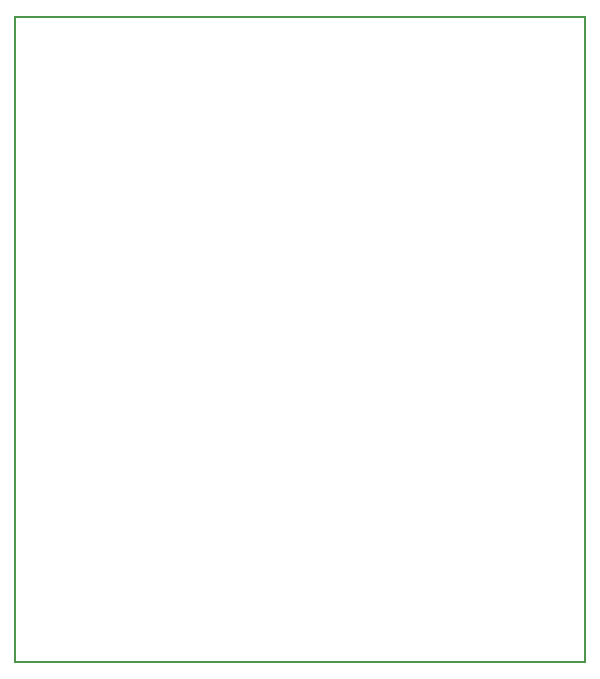
<source format=gko>
G04*
G04 Format:               Gerber RS-274X*
G04 Layer:                BoardOutline*
G04 This File Name:       TIUSBKeys.gko*
G04 Source File Name:     TIUSBKeys.rrb*
G04 Unique ID:            8966a901-4822-446d-b114-529644ef4203*
G04 Generated Date:       Saturday, 30 January 2016 18:51:44*
G04*
G04 Created Using:        Robot Room Copper Connection v2.9.5573*
G04 Software Contact:     http://www.robotroom.com/CopperConnection/Support.aspx*
G04 License Number:       1946*
G04*
G04 Zero Suppression:     Leading*
G04 Number Precision:     2.4*
G04*
%FSLAX24Y24*%
%MOIN*%
%LNBoardEdge*%
%ADD10R,.006X.006*%
D10*
G01X0Y21500D02*
X19000D01*
Y0D01*
X0D01*
Y21500D01*
M02*

</source>
